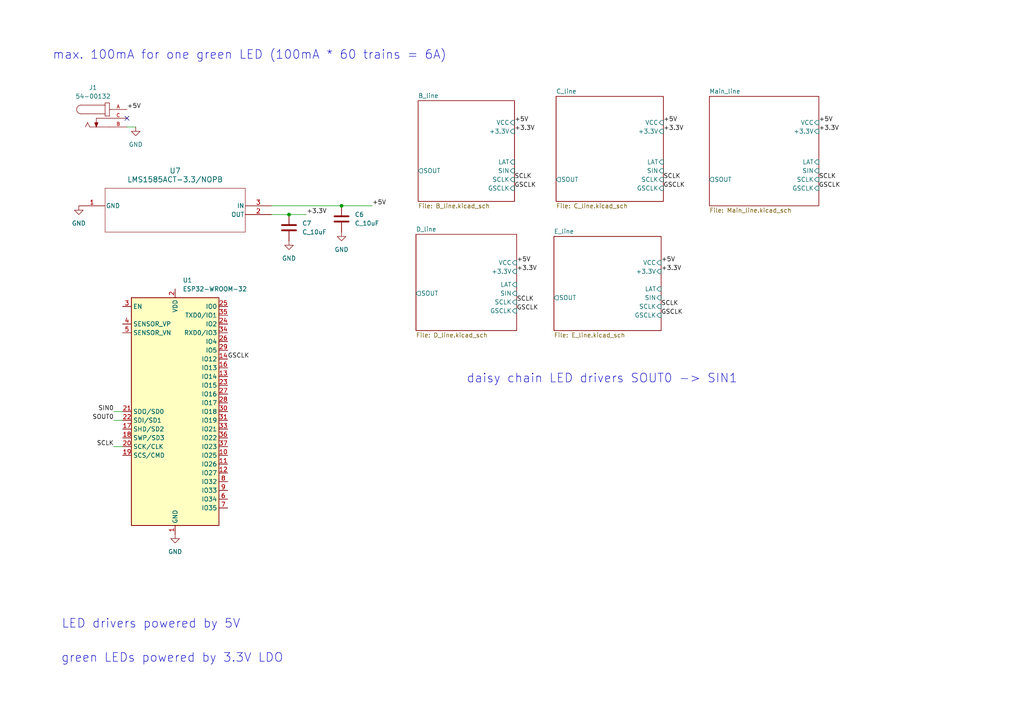
<source format=kicad_sch>
(kicad_sch (version 20231120) (generator "eeschema") (generator_version "8.0")
  (paper "A4")
  (lib_symbols
    (symbol "Barrel connector 5A:54-00132" (pin_names (offset 1.016))
      (property "Reference" "J" (at -7.62 5.08 0))
      (property "Value" "54-00132" (at -7.62 -5.08 0))
      (symbol "54-00132_0_0"
        (arc (start -8.255 3.81) (mid -9.5194 2.54) (end -8.255 1.27) (stroke (width 0.1524)))
        (polyline (pts (xy -8.255 3.81) (xy -1.27 3.81)) (stroke (width 0.1524)))
        (polyline (pts (xy -6.35 -1.27) (xy -6.985 -2.54)) (stroke (width 0.1524)))
        (polyline (pts (xy -5.715 -2.54) (xy -6.35 -1.27)) (stroke (width 0.1524)))
        (polyline (pts (xy -3.81 0) (xy -3.81 -2.54)) (stroke (width 0.1524)))
        (polyline (pts (xy -1.27 0.635) (xy 0 0.635)) (stroke (width 0.1524)))
        (polyline (pts (xy -1.27 1.27) (xy -8.255 1.27)) (stroke (width 0.1524)))
        (polyline (pts (xy -1.27 1.27) (xy -1.27 0.635)) (stroke (width 0.1524)))
        (polyline (pts (xy -1.27 3.81) (xy -1.27 1.27)) (stroke (width 0.1524)))
        (polyline (pts (xy -1.27 4.445) (xy -1.27 3.81)) (stroke (width 0.1524)))
        (polyline (pts (xy 0 -2.54) (xy -5.715 -2.54)) (stroke (width 0.1524)))
        (polyline (pts (xy 0 0) (xy -3.81 0)) (stroke (width 0.1524)))
        (polyline (pts (xy 0 0.635) (xy 0 4.445)) (stroke (width 0.1524)))
        (polyline (pts (xy 0 4.445) (xy -1.27 4.445)) (stroke (width 0.1524)))
        (polyline (pts (xy -3.81 -2.54) (xy -4.318 -1.27) (xy -3.302 -1.27) (xy -3.81 -2.54)) (stroke (width 0.1524)) (fill (type outline)))
        (pin passive line (at 5.08 2.54 180) (length 5.08) (name "~") (number "A"))
        (pin passive line (at 5.08 -2.54 180) (length 5.08) (name "~") (number "B"))
        (pin passive line (at 5.08 0 180) (length 5.08) (name "~") (number "C"))
      )
    )
    (symbol "LDO 3.3V 5A:LMS1585ACT-3.3_NOPB" (pin_names (offset 0.254))
      (property "Reference" "U" (at 27.94 10.16 0))
      (property "Value" "LMS1585ACT-3.3/NOPB" (at 27.94 7.62 0))
      (symbol "LMS1585ACT-3.3_NOPB_0_1"
        (polyline (pts (xy 7.62 -7.62) (xy 48.26 -7.62)) (stroke (width 0.127)))
        (polyline (pts (xy 7.62 5.08) (xy 7.62 -7.62)) (stroke (width 0.127)))
        (polyline (pts (xy 48.26 -7.62) (xy 48.26 5.08)) (stroke (width 0.127)))
        (polyline (pts (xy 48.26 5.08) (xy 7.62 5.08)) (stroke (width 0.127)))
        (pin power_in line (at 0 0 0) (length 7.62) (name "GND") (number "1"))
        (pin power_in line (at 55.88 -2.54 180) (length 7.62) (name "OUT") (number "2"))
        (pin power_in line (at 55.88 0 180) (length 7.62) (name "IN") (number "3"))
      )
    )
    (symbol "OEM:C_10uF" (pin_numbers hide) (pin_names (offset 0.254))
      (property "Reference" "C" (at 0.635 2.54 0))
      (property "Value" "C_10uF" (at 0.635 -2.54 0))
      (symbol "C_10uF_0_1"
        (polyline (pts (xy -2.032 -0.762) (xy 2.032 -0.762)) (stroke (width 0.508)))
        (polyline (pts (xy -2.032 0.762) (xy 2.032 0.762)) (stroke (width 0.508)))
      )
      (symbol "C_10uF_1_1"
        (pin passive line (at 0 3.81 270) (length 2.794) (name "~") (number "1"))
        (pin passive line (at 0 -3.81 90) (length 2.794) (name "~") (number "2"))
      )
    )
    (symbol "RF_Module:ESP32-WROOM-32"
      (property "Reference" "U" (at -12.7 34.29 0))
      (property "Value" "ESP32-WROOM-32" (at 1.27 34.29 0))
      (symbol "ESP32-WROOM-32_0_1"
        (rectangle (start -12.7 33.02) (end 12.7 -33.02) (stroke (width 0.254)) (fill (type background)))
      )
      (symbol "ESP32-WROOM-32_1_1"
        (pin power_in line (at 0 -35.56 90) (length 2.54) (name "GND") (number "1"))
        (pin bidirectional line (at 15.24 -12.7 180) (length 2.54) (name "IO25") (number "10"))
        (pin bidirectional line (at 15.24 -15.24 180) (length 2.54) (name "IO26") (number "11"))
        (pin bidirectional line (at 15.24 -17.78 180) (length 2.54) (name "IO27") (number "12"))
        (pin bidirectional line (at 15.24 10.16 180) (length 2.54) (name "IO14") (number "13"))
        (pin bidirectional line (at 15.24 15.24 180) (length 2.54) (name "IO12") (number "14"))
        (pin passive line (at 0 -35.56 90) (length 2.54) hide (name "GND") (number "15"))
        (pin bidirectional line (at 15.24 12.7 180) (length 2.54) (name "IO13") (number "16"))
        (pin bidirectional line (at -15.24 -5.08 0) (length 2.54) (name "SHD/SD2") (number "17"))
        (pin bidirectional line (at -15.24 -7.62 0) (length 2.54) (name "SWP/SD3") (number "18"))
        (pin bidirectional line (at -15.24 -12.7 0) (length 2.54) (name "SCS/CMD") (number "19"))
        (pin power_in line (at 0 35.56 270) (length 2.54) (name "VDD") (number "2"))
        (pin bidirectional line (at -15.24 -10.16 0) (length 2.54) (name "SCK/CLK") (number "20"))
        (pin bidirectional line (at -15.24 0 0) (length 2.54) (name "SDO/SD0") (number "21"))
        (pin bidirectional line (at -15.24 -2.54 0) (length 2.54) (name "SDI/SD1") (number "22"))
        (pin bidirectional line (at 15.24 7.62 180) (length 2.54) (name "IO15") (number "23"))
        (pin bidirectional line (at 15.24 25.4 180) (length 2.54) (name "IO2") (number "24"))
        (pin bidirectional line (at 15.24 30.48 180) (length 2.54) (name "IO0") (number "25"))
        (pin bidirectional line (at 15.24 20.32 180) (length 2.54) (name "IO4") (number "26"))
        (pin bidirectional line (at 15.24 5.08 180) (length 2.54) (name "IO16") (number "27"))
        (pin bidirectional line (at 15.24 2.54 180) (length 2.54) (name "IO17") (number "28"))
        (pin bidirectional line (at 15.24 17.78 180) (length 2.54) (name "IO5") (number "29"))
        (pin input line (at -15.24 30.48 0) (length 2.54) (name "EN") (number "3"))
        (pin bidirectional line (at 15.24 0 180) (length 2.54) (name "IO18") (number "30"))
        (pin bidirectional line (at 15.24 -2.54 180) (length 2.54) (name "IO19") (number "31"))
        (pin no_connect line (at -12.7 -27.94 0) (length 2.54) hide (name "NC") (number "32"))
        (pin bidirectional line (at 15.24 -5.08 180) (length 2.54) (name "IO21") (number "33"))
        (pin bidirectional line (at 15.24 22.86 180) (length 2.54) (name "RXD0/IO3") (number "34"))
        (pin bidirectional line (at 15.24 27.94 180) (length 2.54) (name "TXD0/IO1") (number "35"))
        (pin bidirectional line (at 15.24 -7.62 180) (length 2.54) (name "IO22") (number "36"))
        (pin bidirectional line (at 15.24 -10.16 180) (length 2.54) (name "IO23") (number "37"))
        (pin passive line (at 0 -35.56 90) (length 2.54) hide (name "GND") (number "38"))
        (pin passive line (at 0 -35.56 90) (length 2.54) hide (name "GND") (number "39"))
        (pin input line (at -15.24 25.4 0) (length 2.54) (name "SENSOR_VP") (number "4"))
        (pin input line (at -15.24 22.86 0) (length 2.54) (name "SENSOR_VN") (number "5"))
        (pin input line (at 15.24 -25.4 180) (length 2.54) (name "IO34") (number "6"))
        (pin input line (at 15.24 -27.94 180) (length 2.54) (name "IO35") (number "7"))
        (pin bidirectional line (at 15.24 -20.32 180) (length 2.54) (name "IO32") (number "8"))
        (pin bidirectional line (at 15.24 -22.86 180) (length 2.54) (name "IO33") (number "9"))
      )
    )
    (symbol "power:GND" (power) (pin_numbers hide) (pin_names (offset 0) hide)
      (property "Value" "GND" (at 0 -3.81 0))
      (symbol "GND_0_1"
        (polyline (pts (xy 0 0) (xy 0 -1.27) (xy 1.27 -1.27) (xy 0 -2.54) (xy -1.27 -1.27) (xy 0 -1.27)))
      )
      (symbol "GND_1_1"
        (pin power_in line (at 0 0 270) (length 0) (name "~") (number "1"))
      )
    )
  )
  (junction (at 99.06 59.69))
  (junction (at 83.82 62.23))
  (no_connect (at 36.83 34.29))
  (wire (pts (xy 33.02 129.54) (xy 35.56 129.54)))
  (wire (pts (xy 33.02 119.38) (xy 35.56 119.38)))
  (wire (pts (xy 78.74 59.69) (xy 99.06 59.69)))
  (wire (pts (xy 36.83 36.83) (xy 39.37 36.83)))
  (wire (pts (xy 33.02 121.92) (xy 35.56 121.92)))
  (wire (pts (xy 83.82 62.23) (xy 88.9 62.23)))
  (wire (pts (xy 99.06 59.69) (xy 107.95 59.69)))
  (wire (pts (xy 78.74 62.23) (xy 83.82 62.23)))
  (text "LED drivers powered by 5V" (at 43.815 180.975 0) (effects (font (size 2.54 2.54))))
  (text "green LEDs powered by 3.3V LDO " (at 50.927 190.881 0) (effects (font (size 2.54 2.54))))
  (text "max. 100mA for one green LED (100mA * 60 trains = 6A)" (at 72.39 16.002 0) (effects (font (size 2.54 2.54))))
  (text "daisy chain LED drivers SOUT0 -> SIN1" (at 174.625 109.855 0) (effects (font (size 2.54 2.54))))
  (label "+3.3V" (at 191.77 78.74 0))
  (label "+5V" (at 237.49 35.56 0))
  (label "+3.3V" (at 149.225 38.1 0))
  (label "GSCLK" (at 149.86 90.17 0))
  (label "GSCLK" (at 191.77 91.44 0))
  (label "+5V" (at 192.405 35.56 0))
  (label "SCLK" (at 149.225 52.07 0))
  (label "+3.3V" (at 88.9 62.23 0))
  (label "GSCLK" (at 192.405 54.61 0))
  (label "+5V" (at 149.86 76.2 0))
  (label "+5V" (at 107.95 59.69 0))
  (label "+5V" (at 191.77 76.2 0))
  (label "GSCLK" (at 66.04 104.14 0))
  (label "SOUT0" (at 33.02 121.92 180))
  (label "SCLK" (at 191.77 88.9 0))
  (label "+5V" (at 36.83 31.75 0))
  (label "SCLK" (at 237.49 52.07 0))
  (label "GSCLK" (at 149.225 54.61 0))
  (label "GSCLK" (at 237.49 54.61 0))
  (label "+3.3V" (at 192.405 38.1 0))
  (label "+5V" (at 149.225 35.56 0))
  (label "SIN0" (at 33.02 119.38 180))
  (label "+3.3V" (at 237.49 38.1 0))
  (label "SCLK" (at 33.02 129.54 180))
  (label "+3.3V" (at 149.86 78.74 0))
  (label "SCLK" (at 149.86 87.63 0))
  (label "SCLK" (at 192.405 52.07 0))
  (symbol (lib_id "power:GND") (at 39.37 36.83 0) (unit 1)
    (property "Reference" "#PWR014" (effects (hide yes)))
    (property "Value" "GND" (at 39.37 41.91 0))
    (property "Description" "Power symbol creates a global label with name \"GND\" , ground" (effects (hide yes)))
  )
  (symbol (lib_id "LDO 3.3V 5A:LMS1585ACT-3.3_NOPB") (at 22.86 59.69 0) (unit 1)
    (property "Reference" "U7" (at 50.8 49.53 0) (effects (font (size 1.524 1.524))))
    (property "Value" "LMS1585ACT-3.3/NOPB" (at 50.8 52.07 0) (effects (font (size 1.524 1.524))))
    (property "Footprint" "T03B_TEX" (effects (hide yes)))
    (property "Datasheet" "LMS1585ACT-3.3/NOPB" (effects (hide yes)))
  )
  (symbol (lib_id "Barrel connector 5A:54-00132") (at 31.75 34.29 0) (unit 1)
    (property "Reference" "J1" (at 26.9903 25.4 0))
    (property "Value" "54-00132" (at 26.9903 27.94 0))
    (property "Footprint" "54-00132:TENSILITY_54-00132" (effects (hide yes)))
    (property "PARTREV" "A" (effects (hide yes)))
    (property "MANUFACTURER" "TENSILITY" (effects (hide yes)))
    (property "SNAPEDA_PN" "54-00131" (effects (hide yes)))
    (property "MAXIMUM_PACKAGE_HEIGHT" "10.8mm" (effects (hide yes)))
    (property "STANDARD" "IPC-7351B" (effects (hide yes)))
  )
  (symbol (lib_id "OEM:C_10uF") (at 83.82 66.04 0) (unit 1)
    (property "Reference" "C7" (at 87.63 64.7699 0) (effects (justify left)))
    (property "Value" "C_10uF" (at 87.63 67.3099 0) (effects (justify left)))
    (property "Footprint" "OEM:C_0603" (effects (hide yes)))
    (property "Datasheet" "${OEM_DIR}/parts/datasheets" (effects (hide yes)))
    (property "Description" "Unpolarized capacitor 10uf 10% 10V X5R 0603" (effects (hide yes)))
    (property "MPN" "LMK107BBJ106KALT" (effects (hide yes)))
    (property "MFN" "Taiyo Yuden" (effects (hide yes)))
    (property "DKPN" "587-6017-6-ND" (effects (hide yes)))
    (property "NewDesigns" "YES" (effects (hide yes)))
    (property "Stocked" "Digi-Reel" (effects (hide yes)))
    (property "Package" "0603" (effects (hide yes)))
    (property "Style" "SMD" (effects (hide yes)))
  )
  (symbol (lib_id "power:GND") (at 22.86 59.69 0) (unit 1)
    (property "Reference" "#PWR011" (effects (hide yes)))
    (property "Value" "GND" (at 22.86 64.77 0))
    (property "Description" "Power symbol creates a global label with name \"GND\" , ground" (effects (hide yes)))
  )
  (symbol (lib_id "power:GND") (at 83.82 69.85 0) (unit 1)
    (property "Reference" "#PWR012" (effects (hide yes)))
    (property "Value" "GND" (at 83.82 74.93 0))
    (property "Description" "Power symbol creates a global label with name \"GND\" , ground" (effects (hide yes)))
  )
  (symbol (lib_id "power:GND") (at 50.8 154.94 0) (unit 1)
    (property "Reference" "#PWR015" (effects (hide yes)))
    (property "Value" "GND" (at 50.8 160.02 0))
    (property "Description" "Power symbol creates a global label with name \"GND\" , ground" (effects (hide yes)))
  )
  (symbol (lib_id "power:GND") (at 99.06 67.31 0) (unit 1)
    (property "Reference" "#PWR013" (effects (hide yes)))
    (property "Value" "GND" (at 99.06 72.39 0))
    (property "Description" "Power symbol creates a global label with name \"GND\" , ground" (effects (hide yes)))
  )
  (symbol (lib_id "OEM:C_10uF") (at 99.06 63.5 0) (unit 1)
    (property "Reference" "C6" (at 102.87 62.2299 0) (effects (justify left)))
    (property "Value" "C_10uF" (at 102.87 64.7699 0) (effects (justify left)))
    (property "Footprint" "OEM:C_0603" (effects (hide yes)))
    (property "Datasheet" "${OEM_DIR}/parts/datasheets" (effects (hide yes)))
    (property "Description" "Unpolarized capacitor 10uf 10% 10V X5R 0603" (effects (hide yes)))
    (property "MPN" "LMK107BBJ106KALT" (effects (hide yes)))
    (property "MFN" "Taiyo Yuden" (effects (hide yes)))
    (property "DKPN" "587-6017-6-ND" (effects (hide yes)))
    (property "NewDesigns" "YES" (effects (hide yes)))
    (property "Stocked" "Digi-Reel" (effects (hide yes)))
    (property "Package" "0603" (effects (hide yes)))
    (property "Style" "SMD" (effects (hide yes)))
  )
  (symbol (lib_id "RF_Module:ESP32-WROOM-32") (at 50.8 119.38 0) (unit 1)
    (property "Reference" "U1" (at 52.9941 81.28 0) (effects (justify left)))
    (property "Value" "ESP32-WROOM-32" (at 52.9941 83.82 0) (effects (justify left)))
    (property "Footprint" "RF_Module:ESP32-WROOM-32" (effects (hide yes)))
    (property "Datasheet" "https://www.espressif.com/sites/default/files/documentation/esp32-wroom-32_datasheet_en.pdf" (effects (hide yes)))
    (property "Description" "RF Module, ESP32-D0WDQ6 SoC, Wi-Fi 802.11b/g/n, Bluetooth, BLE, 32-bit, 2.7-3.6V, onboard antenna, SMD" (effects (hide yes)))
  )
  (sheet (at 120.65 67.945) (size 29.21 27.94) (stroke (width 0.1524))
    (property "Sheetname" "D_line" (at 120.65 67.2334 0) (effects (justify left bottom)))
    (property "Sheetfile" "D_line.kicad_sch" (at 120.65 96.4696 0) (effects (justify left top)))
    (pin "+3.3V" input (at 149.86 78.74 0))
    (pin "LAT" input (at 149.86 82.55 0))
    (pin "GSCLK" input (at 149.86 90.17 0))
    (pin "SOUT" output (at 120.65 85.09 180))
    (pin "SIN" input (at 149.86 85.09 0))
    (pin "SCLK" input (at 149.86 87.63 0))
    (pin "VCC" input (at 149.86 76.2 0))
  )
  (sheet (at 205.74 27.94) (size 31.75 31.75) (stroke (width 0.1524))
    (property "Sheetname" "Main_line" (at 205.74 27.2284 0) (effects (justify left bottom)))
    (property "Sheetfile" "Main_line.kicad_sch" (at 205.74 60.2746 0) (effects (justify left top)))
    (pin "+3.3V" input (at 237.49 38.1 0))
    (pin "GSCLK" input (at 237.49 54.61 0))
    (pin "VCC" input (at 237.49 35.56 0))
    (pin "SIN" input (at 237.49 49.53 0))
    (pin "LAT" input (at 237.49 46.99 0))
    (pin "SCLK" input (at 237.49 52.07 0))
    (pin "SOUT" output (at 205.74 52.07 180))
  )
  (sheet (at 161.29 27.94) (size 31.115 30.48) (stroke (width 0.1524))
    (property "Sheetname" "C_line" (at 161.29 27.2284 0) (effects (justify left bottom)))
    (property "Sheetfile" "C_line.kicad_sch" (at 161.29 59.0046 0) (effects (justify left top)))
    (pin "+3.3V" input (at 192.405 38.1 0))
    (pin "VCC" input (at 192.405 35.56 0))
    (pin "SCLK" input (at 192.405 52.07 0))
    (pin "LAT" input (at 192.405 46.99 0))
    (pin "SIN" input (at 192.405 49.53 0))
    (pin "GSCLK" input (at 192.405 54.61 0))
    (pin "SOUT" output (at 161.29 52.07 180))
  )
  (sheet (at 160.655 68.58) (size 31.115 27.305) (stroke (width 0.1524))
    (property "Sheetname" "E_line" (at 160.655 67.8684 0) (effects (justify left bottom)))
    (property "Sheetfile" "E_line.kicad_sch" (at 160.655 96.4696 0) (effects (justify left top)))
    (pin "LAT" input (at 191.77 83.82 0))
    (pin "SCLK" input (at 191.77 88.9 0))
    (pin "SIN" input (at 191.77 86.36 0))
    (pin "VCC" input (at 191.77 76.2 0))
    (pin "SOUT" output (at 160.655 86.36 180))
    (pin "GSCLK" input (at 191.77 91.44 0))
    (pin "+3.3V" input (at 191.77 78.74 0))
  )
  (sheet (at 121.285 29.21) (size 27.94 29.21) (stroke (width 0.1524))
    (property "Sheetname" "B_line" (at 121.285 28.4984 0) (effects (justify left bottom)))
    (property "Sheetfile" "B_line.kicad_sch" (at 121.285 59.0046 0) (effects (justify left top)))
    (pin "+3.3V" input (at 149.225 38.1 0))
    (pin "GSCLK" input (at 149.225 54.61 0))
    (pin "SOUT" output (at 121.285 49.53 180))
    (pin "LAT" input (at 149.225 46.99 0))
    (pin "SCLK" input (at 149.225 52.07 0))
    (pin "SIN" input (at 149.225 49.53 0))
    (pin "VCC" input (at 149.225 35.56 0))
  )
)
</source>
